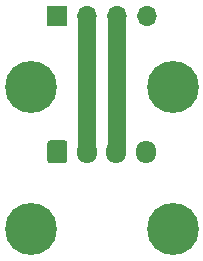
<source format=gbl>
G04 #@! TF.GenerationSoftware,KiCad,Pcbnew,5.1.9-73d0e3b20d~88~ubuntu18.04.1*
G04 #@! TF.CreationDate,2021-02-13T22:07:47-05:00*
G04 #@! TF.ProjectId,connector,636f6e6e-6563-4746-9f72-2e6b69636164,v1.0.0*
G04 #@! TF.SameCoordinates,Original*
G04 #@! TF.FileFunction,Copper,L2,Bot*
G04 #@! TF.FilePolarity,Positive*
%FSLAX46Y46*%
G04 Gerber Fmt 4.6, Leading zero omitted, Abs format (unit mm)*
G04 Created by KiCad (PCBNEW 5.1.9-73d0e3b20d~88~ubuntu18.04.1) date 2021-02-13 22:07:47*
%MOMM*%
%LPD*%
G01*
G04 APERTURE LIST*
G04 #@! TA.AperFunction,ComponentPad*
%ADD10C,4.400000*%
G04 #@! TD*
G04 #@! TA.AperFunction,ComponentPad*
%ADD11C,0.700000*%
G04 #@! TD*
G04 #@! TA.AperFunction,ComponentPad*
%ADD12O,1.700000X1.950000*%
G04 #@! TD*
G04 #@! TA.AperFunction,ComponentPad*
%ADD13R,1.700000X1.700000*%
G04 #@! TD*
G04 #@! TA.AperFunction,ComponentPad*
%ADD14O,1.700000X1.700000*%
G04 #@! TD*
G04 #@! TA.AperFunction,Conductor*
%ADD15C,1.500000*%
G04 #@! TD*
G04 APERTURE END LIST*
D10*
X94000000Y-96250000D03*
D11*
X95650000Y-96250000D03*
X95166726Y-97416726D03*
X94000000Y-97900000D03*
X92833274Y-97416726D03*
X92350000Y-96250000D03*
X92833274Y-95083274D03*
X94000000Y-94600000D03*
X95166726Y-95083274D03*
X107166726Y-95083274D03*
X106000000Y-94600000D03*
X104833274Y-95083274D03*
X104350000Y-96250000D03*
X104833274Y-97416726D03*
X106000000Y-97900000D03*
X107166726Y-97416726D03*
X107650000Y-96250000D03*
D10*
X106000000Y-96250000D03*
X94000000Y-108250000D03*
D11*
X95650000Y-108250000D03*
X95166726Y-109416726D03*
X94000000Y-109900000D03*
X92833274Y-109416726D03*
X92350000Y-108250000D03*
X92833274Y-107083274D03*
X94000000Y-106600000D03*
X95166726Y-107083274D03*
X107166726Y-107083274D03*
X106000000Y-106600000D03*
X104833274Y-107083274D03*
X104350000Y-108250000D03*
X104833274Y-109416726D03*
X106000000Y-109900000D03*
X107166726Y-109416726D03*
X107650000Y-108250000D03*
D10*
X106000000Y-108250000D03*
G04 #@! TA.AperFunction,ComponentPad*
G36*
G01*
X95390600Y-102452000D02*
X95390600Y-101002000D01*
G75*
G02*
X95640600Y-100752000I250000J0D01*
G01*
X96840600Y-100752000D01*
G75*
G02*
X97090600Y-101002000I0J-250000D01*
G01*
X97090600Y-102452000D01*
G75*
G02*
X96840600Y-102702000I-250000J0D01*
G01*
X95640600Y-102702000D01*
G75*
G02*
X95390600Y-102452000I0J250000D01*
G01*
G37*
G04 #@! TD.AperFunction*
D12*
X98740600Y-101727000D03*
X101240600Y-101727000D03*
X103740600Y-101727000D03*
D13*
X96190600Y-90246200D03*
D14*
X98730600Y-90246200D03*
X101270600Y-90246200D03*
X103810600Y-90246200D03*
D15*
X98740600Y-90256200D02*
X98730600Y-90246200D01*
X98740600Y-101727000D02*
X98740600Y-90256200D01*
X101270600Y-101697000D02*
X101240600Y-101727000D01*
X101270600Y-90246200D02*
X101270600Y-101697000D01*
M02*

</source>
